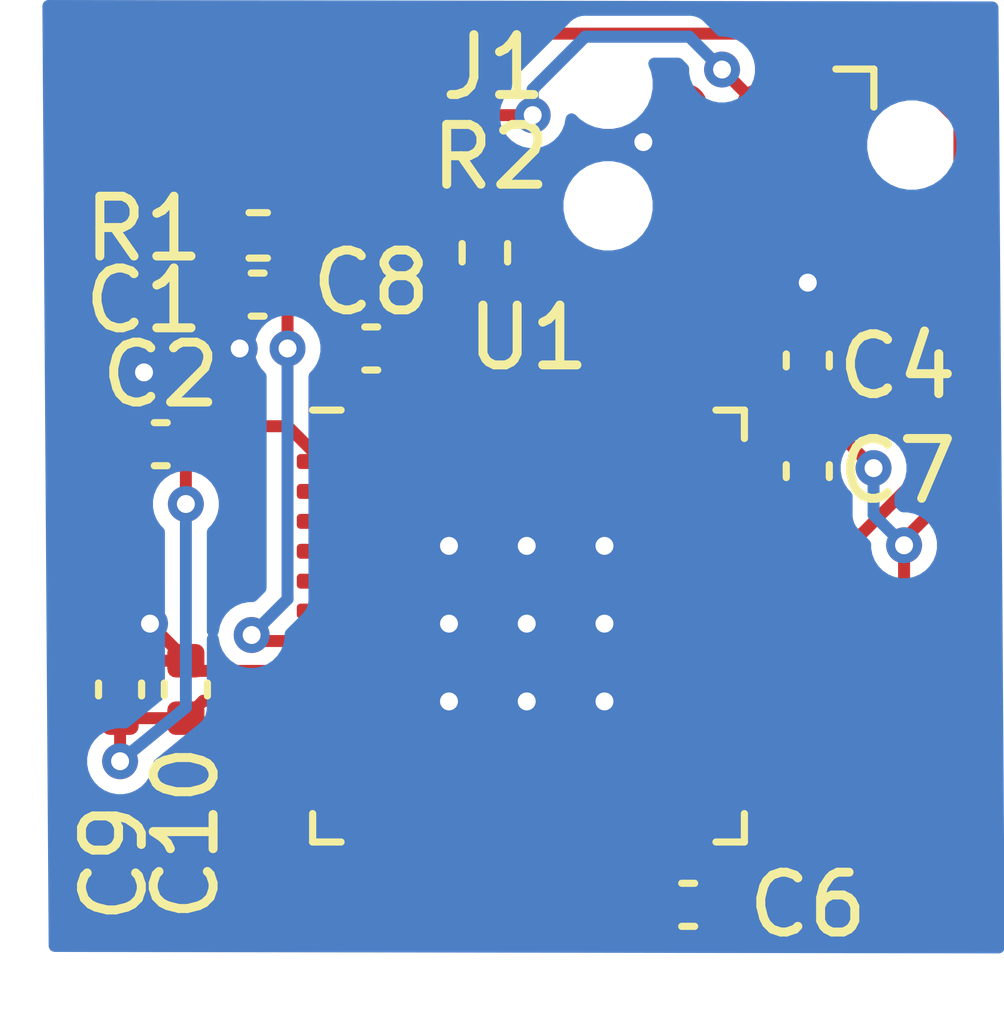
<source format=kicad_pcb>
(kicad_pcb (version 20211014) (generator pcbnew)
  (layers (0 "F.Cu" signal) (31 "B.Cu" signal) (34 "B.Paste" user) (35 "F.Paste" user) (36 "B.SilkS" user "B.Silkscreen") (37 "F.SilkS" user "F.Silkscreen") (38 "B.Mask" user) (39 "F.Mask" user) (44 "Edge.Cuts" user))
  (net 0 "")
  (net 1 "/NRST")
  (net 2 "GND")
  (net 3 "+3V3")
  (net 4 "/SWCLK")
  (net 5 "/SWDIO")
  (net 6 "Net-(R2-Pad1)")
  (footprint "Capacitor_SMD:C_0402_1005Metric" (layer "F.Cu") (at 133.8 84.8)
    (fp_text reference "C1" (at -1.9 0.1) (layer "F.SilkS"))
    (fp_text value "100nF")
    (fp_line (start -0.107836 -0.36) (end 0.107836 -0.36) (layer "F.SilkS") (width 0.12))
    (fp_line (start -0.107836 0.36) (end 0.107836 0.36) (layer "F.SilkS") (width 0.12))
    (pad "1" smd roundrect locked (at -0.48 0) (size 0.56 0.62) (layers "F.Cu" "F.Paste" "F.Mask") (net 2 "GND"))
    (pad "2" smd roundrect locked (at 0.48 0) (size 0.56 0.62) (layers "F.Cu" "F.Paste" "F.Mask") (net 1 "/NRST"))
  )
  (footprint "Capacitor_SMD:C_0402_1005Metric" (layer "F.Cu") (at 132.18 87.3)
    (fp_text reference "C2" (at 0 -1.16) (layer "F.SilkS"))
    (fp_text value "100nF")
    (fp_line (start -0.107836 -0.36) (end 0.107836 -0.36) (layer "F.SilkS") (width 0.12))
    (fp_line (start -0.107836 0.36) (end 0.107836 0.36) (layer "F.SilkS") (width 0.12))
    (pad "1" smd roundrect locked (at -0.48 0) (size 0.56 0.62) (layers "F.Cu" "F.Paste" "F.Mask") (net 2 "GND"))
    (pad "2" smd roundrect locked (at 0.48 0) (size 0.56 0.62) (layers "F.Cu" "F.Paste" "F.Mask") (net 3 "+3V3"))
  )
  (footprint "Capacitor_SMD:C_0402_1005Metric" (layer "F.Cu") (at 143 85.9 -90)
    (fp_text reference "C4" (at 0.1 -1.5 180) (layer "F.SilkS"))
    (fp_text value "4.7uF")
    (fp_line (start -0.107836 0.36) (end 0.107836 0.36) (layer "F.SilkS") (width 0.12))
    (fp_line (start -0.107836 -0.36) (end 0.107836 -0.36) (layer "F.SilkS") (width 0.12))
    (pad "1" smd roundrect locked (at -0.48 0 270) (size 0.56 0.62) (layers "F.Cu" "F.Paste" "F.Mask") (net 2 "GND"))
    (pad "2" smd roundrect locked (at 0.48 0 270) (size 0.56 0.62) (layers "F.Cu" "F.Paste" "F.Mask") (net 3 "+3V3"))
  )
  (footprint "Capacitor_SMD:C_0402_1005Metric" (layer "F.Cu") (at 143 87.75 90)
    (fp_text reference "C7" (at 0 1.5 180) (layer "F.SilkS"))
    (fp_text value "100nF")
    (fp_line (start -0.107836 0.36) (end 0.107836 0.36) (layer "F.SilkS") (width 0.12))
    (fp_line (start -0.107836 -0.36) (end 0.107836 -0.36) (layer "F.SilkS") (width 0.12))
    (pad "1" smd roundrect locked (at -0.48 0 90) (size 0.56 0.62) (layers "F.Cu" "F.Paste" "F.Mask") (net 2 "GND"))
    (pad "2" smd roundrect locked (at 0.48 0 90) (size 0.56 0.62) (layers "F.Cu" "F.Paste" "F.Mask") (net 3 "+3V3"))
  )
  (footprint "Capacitor_SMD:C_0402_1005Metric" (layer "F.Cu") (at 135.7 85.7 180)
    (fp_text reference "C8" (at 0 1.1) (layer "F.SilkS"))
    (fp_text value "100nF")
    (fp_line (start -0.107836 -0.36) (end 0.107836 -0.36) (layer "F.SilkS") (width 0.12))
    (fp_line (start -0.107836 0.36) (end 0.107836 0.36) (layer "F.SilkS") (width 0.12))
    (pad "1" smd roundrect locked (at -0.48 0 180) (size 0.56 0.62) (layers "F.Cu" "F.Paste" "F.Mask") (net 2 "GND"))
    (pad "2" smd roundrect locked (at 0.48 0 180) (size 0.56 0.62) (layers "F.Cu" "F.Paste" "F.Mask") (net 3 "+3V3"))
  )
  (footprint "Capacitor_SMD:C_0402_1005Metric" (layer "F.Cu") (at 131.5 91.4 -90)
    (fp_text reference "C9" (at 2.9 0.1 90) (layer "F.SilkS"))
    (fp_text value "1uF")
    (fp_line (start -0.107836 0.36) (end 0.107836 0.36) (layer "F.SilkS") (width 0.12))
    (fp_line (start -0.107836 -0.36) (end 0.107836 -0.36) (layer "F.SilkS") (width 0.12))
    (pad "1" smd roundrect locked (at -0.48 0 270) (size 0.56 0.62) (layers "F.Cu" "F.Paste" "F.Mask") (net 2 "GND"))
    (pad "2" smd roundrect locked (at 0.48 0 270) (size 0.56 0.62) (layers "F.Cu" "F.Paste" "F.Mask") (net 3 "+3V3"))
  )
  (footprint "Connector:Tag-Connect_TC2030-IDC-NL_2x03_P1.27mm_Vertical" (layer "F.Cu") (at 142.2 82.3 180)
    (fp_text reference "J1" (at 4.45 1.3) (layer "F.SilkS"))
    (fp_text value "DBG")
    (fp_line (start -1.905 1.27) (end -1.905 0.635) (layer "F.SilkS") (width 0.12))
    (fp_line (start -1.27 1.27) (end -1.905 1.27) (layer "F.SilkS") (width 0.12))
    (pad "" np_thru_hole circle locked (at -2.54 0 180) (size 0.9906 0.9906) (drill 0.9906) (layers *.Cu *.Mask))
    (pad "" np_thru_hole circle locked (at 2.54 1.016 180) (size 0.9906 0.9906) (drill 0.9906) (layers *.Cu *.Mask))
    (pad "" np_thru_hole circle locked (at 2.54 -1.016 180) (size 0.9906 0.9906) (drill 0.9906) (layers *.Cu *.Mask))
    (pad "1" connect circle locked (at -1.27 0.635 180) (size 0.7874 0.7874) (layers "F.Cu" "F.Mask") (net 3 "+3V3"))
    (pad "2" connect circle locked (at -1.27 -0.635 180) (size 0.7874 0.7874) (layers "F.Cu" "F.Mask") (net 5 "/SWDIO"))
    (pad "3" connect circle locked (at 0 0.635 180) (size 0.7874 0.7874) (layers "F.Cu" "F.Mask") (net 1 "/NRST"))
    (pad "4" connect circle locked (at 0 -0.635 180) (size 0.7874 0.7874) (layers "F.Cu" "F.Mask") (net 4 "/SWCLK"))
    (pad "5" connect circle locked (at 1.27 0.635 180) (size 0.7874 0.7874) (layers "F.Cu" "F.Mask") (net 2 "GND"))
    (pad "6" connect circle locked (at 1.27 -0.635 180) (size 0.7874 0.7874) (layers "F.Cu" "F.Mask"))
  )
  (footprint "Resistor_SMD:R_0402_1005Metric" (layer "F.Cu") (at 133.81 83.81)
    (fp_text reference "R1" (at -1.91 -0.11) (layer "F.SilkS"))
    (fp_text value "10k")
    (fp_line (start -0.153641 -0.38) (end 0.153641 -0.38) (layer "F.SilkS") (width 0.12))
    (fp_line (start -0.153641 0.38) (end 0.153641 0.38) (layer "F.SilkS") (width 0.12))
    (pad "1" smd roundrect locked (at -0.51 0) (size 0.54 0.64) (layers "F.Cu" "F.Paste" "F.Mask") (net 3 "+3V3"))
    (pad "2" smd roundrect locked (at 0.51 0) (size 0.54 0.64) (layers "F.Cu" "F.Paste" "F.Mask") (net 1 "/NRST"))
  )
  (footprint "Resistor_SMD:R_0402_1005Metric" (layer "F.Cu") (at 137.6 84.1 90)
    (fp_text reference "R2" (at 1.6 0.1 180) (layer "F.SilkS"))
    (fp_text value "10k")
    (fp_line (start -0.153641 0.38) (end 0.153641 0.38) (layer "F.SilkS") (width 0.12))
    (fp_line (start -0.153641 -0.38) (end 0.153641 -0.38) (layer "F.SilkS") (width 0.12))
    (pad "1" smd roundrect locked (at -0.51 0 90) (size 0.54 0.64) (layers "F.Cu" "F.Paste" "F.Mask") (net 6 "Net-(R2-Pad1)"))
    (pad "2" smd roundrect locked (at 0.51 0 90) (size 0.54 0.64) (layers "F.Cu" "F.Paste" "F.Mask") (net 2 "GND"))
  )
  (footprint "Capacitor_SMD:C_0402_1005Metric" (layer "F.Cu") (at 141 95)
    (fp_text reference "C6" (at 2 0) (layer "F.SilkS"))
    (fp_text value "100nF")
    (fp_line (start -0.107836 -0.36) (end 0.107836 -0.36) (layer "F.SilkS") (width 0.12))
    (fp_line (start -0.107836 0.36) (end 0.107836 0.36) (layer "F.SilkS") (width 0.12))
    (pad "1" smd roundrect locked (at -0.48 0) (size 0.56 0.62) (layers "F.Cu" "F.Paste" "F.Mask") (net 2 "GND"))
    (pad "2" smd roundrect locked (at 0.48 0) (size 0.56 0.62) (layers "F.Cu" "F.Paste" "F.Mask") (net 3 "+3V3"))
  )
  (footprint "Capacitor_SMD:C_0402_1005Metric" (layer "F.Cu") (at 132.6 91.4 -90)
    (fp_text reference "C10" (at 2.4 0 -90) (layer "F.SilkS"))
    (fp_text value "10nF")
    (fp_line (start -0.107836 -0.36) (end 0.107836 -0.36) (layer "F.SilkS") (width 0.12))
    (fp_line (start -0.107836 0.36) (end 0.107836 0.36) (layer "F.SilkS") (width 0.12))
    (pad "1" smd roundrect locked (at -0.48 0 270) (size 0.56 0.62) (layers "F.Cu" "F.Paste" "F.Mask") (net 2 "GND"))
    (pad "2" smd roundrect locked (at 0.48 0 270) (size 0.56 0.62) (layers "F.Cu" "F.Paste" "F.Mask") (net 3 "+3V3"))
  )
  (footprint "Package_DFN_QFN:QFN-48-1EP_7x7mm_P0.5mm_EP5.6x5.6mm" (layer "F.Cu") (at 138.33 90.34)
    (fp_text reference "U1" (at 0 -4.82) (layer "F.SilkS"))
    (fp_text value "STM32F072CBUx")
    (fp_line (start -3.61 3.61) (end -3.61 3.135) (layer "F.SilkS") (width 0.12))
    (fp_line (start 3.135 -3.61) (end 3.61 -3.61) (layer "F.SilkS") (width 0.12))
    (fp_line (start -3.135 -3.61) (end -3.61 -3.61) (layer "F.SilkS") (width 0.12))
    (fp_line (start 3.135 3.61) (end 3.61 3.61) (layer "F.SilkS") (width 0.12))
    (fp_line (start 3.61 -3.61) (end 3.61 -3.135) (layer "F.SilkS") (width 0.12))
    (fp_line (start 3.61 3.61) (end 3.61 3.135) (layer "F.SilkS") (width 0.12))
    (fp_line (start -3.135 3.61) (end -3.61 3.61) (layer "F.SilkS") (width 0.12))
    (pad "1" smd roundrect locked (at -3.4375 -2.75) (size 0.875 0.25) (layers "F.Cu" "F.Paste" "F.Mask") (net 3 "+3V3"))
    (pad "2" smd roundrect locked (at -3.4375 -2.25) (size 0.875 0.25) (layers "F.Cu" "F.Paste" "F.Mask"))
    (pad "3" smd roundrect locked (at -3.4375 -1.75) (size 0.875 0.25) (layers "F.Cu" "F.Paste" "F.Mask"))
    (pad "4" smd roundrect locked (at -3.4375 -1.25) (size 0.875 0.25) (layers "F.Cu" "F.Paste" "F.Mask"))
    (pad "5" smd roundrect locked (at -3.4375 -0.75) (size 0.875 0.25) (layers "F.Cu" "F.Paste" "F.Mask"))
    (pad "6" smd roundrect locked (at -3.4375 -0.25) (size 0.875 0.25) (layers "F.Cu" "F.Paste" "F.Mask"))
    (pad "7" smd roundrect locked (at -3.4375 0.25) (size 0.875 0.25) (layers "F.Cu" "F.Paste" "F.Mask") (net 1 "/NRST"))
    (pad "8" smd roundrect locked (at -3.4375 0.75) (size 0.875 0.25) (layers "F.Cu" "F.Paste" "F.Mask") (net 2 "GND"))
    (pad "9" smd roundrect locked (at -3.4375 1.25) (size 0.875 0.25) (layers "F.Cu" "F.Paste" "F.Mask") (net 3 "+3V3"))
    (pad "10" smd roundrect locked (at -3.4375 1.75) (size 0.875 0.25) (layers "F.Cu" "F.Paste" "F.Mask"))
    (pad "11" smd roundrect locked (at -3.4375 2.25) (size 0.875 0.25) (layers "F.Cu" "F.Paste" "F.Mask"))
    (pad "12" smd roundrect locked (at -3.4375 2.75) (size 0.875 0.25) (layers "F.Cu" "F.Paste" "F.Mask"))
    (pad "13" smd roundrect locked (at -2.75 3.4375) (size 0.25 0.875) (layers "F.Cu" "F.Paste" "F.Mask"))
    (pad "14" smd roundrect locked (at -2.25 3.4375) (size 0.25 0.875) (layers "F.Cu" "F.Paste" "F.Mask"))
    (pad "15" smd roundrect locked (at -1.75 3.4375) (size 0.25 0.875) (layers "F.Cu" "F.Paste" "F.Mask"))
    (pad "16" smd roundrect locked (at -1.25 3.4375) (size 0.25 0.875) (layers "F.Cu" "F.Paste" "F.Mask"))
    (pad "17" smd roundrect locked (at -0.75 3.4375) (size 0.25 0.875) (layers "F.Cu" "F.Paste" "F.Mask"))
    (pad "18" smd roundrect locked (at -0.25 3.4375) (size 0.25 0.875) (layers "F.Cu" "F.Paste" "F.Mask"))
    (pad "19" smd roundrect locked (at 0.25 3.4375) (size 0.25 0.875) (layers "F.Cu" "F.Paste" "F.Mask"))
    (pad "20" smd roundrect locked (at 0.75 3.4375) (size 0.25 0.875) (layers "F.Cu" "F.Paste" "F.Mask"))
    (pad "21" smd roundrect locked (at 1.25 3.4375) (size 0.25 0.875) (layers "F.Cu" "F.Paste" "F.Mask"))
    (pad "22" smd roundrect locked (at 1.75 3.4375) (size 0.25 0.875) (layers "F.Cu" "F.Paste" "F.Mask"))
    (pad "23" smd roundrect locked (at 2.25 3.4375) (size 0.25 0.875) (layers "F.Cu" "F.Paste" "F.Mask") (net 2 "GND"))
    (pad "24" smd roundrect locked (at 2.75 3.4375) (size 0.25 0.875) (layers "F.Cu" "F.Paste" "F.Mask") (net 3 "+3V3"))
    (pad "25" smd roundrect locked (at 3.4375 2.75) (size 0.875 0.25) (layers "F.Cu" "F.Paste" "F.Mask"))
    (pad "26" smd roundrect locked (at 3.4375 2.25) (size 0.875 0.25) (layers "F.Cu" "F.Paste" "F.Mask"))
    (pad "27" smd roundrect locked (at 3.4375 1.75) (size 0.875 0.25) (layers "F.Cu" "F.Paste" "F.Mask"))
    (pad "28" smd roundrect locked (at 3.4375 1.25) (size 0.875 0.25) (layers "F.Cu" "F.Paste" "F.Mask"))
    (pad "29" smd roundrect locked (at 3.4375 0.75) (size 0.875 0.25) (layers "F.Cu" "F.Paste" "F.Mask"))
    (pad "30" smd roundrect locked (at 3.4375 0.25) (size 0.875 0.25) (layers "F.Cu" "F.Paste" "F.Mask"))
    (pad "31" smd roundrect locked (at 3.4375 -0.25) (size 0.875 0.25) (layers "F.Cu" "F.Paste" "F.Mask"))
    (pad "32" smd roundrect locked (at 3.4375 -0.75) (size 0.875 0.25) (layers "F.Cu" "F.Paste" "F.Mask"))
    (pad "33" smd roundrect locked (at 3.4375 -1.25) (size 0.875 0.25) (layers "F.Cu" "F.Paste" "F.Mask"))
    (pad "34" smd roundrect locked (at 3.4375 -1.75) (size 0.875 0.25) (layers "F.Cu" "F.Paste" "F.Mask") (net 5 "/SWDIO"))
    (pad "35" smd roundrect locked (at 3.4375 -2.25) (size 0.875 0.25) (layers "F.Cu" "F.Paste" "F.Mask") (net 2 "GND"))
    (pad "36" smd roundrect locked (at 3.4375 -2.75) (size 0.875 0.25) (layers "F.Cu" "F.Paste" "F.Mask") (net 3 "+3V3"))
    (pad "37" smd roundrect locked (at 2.75 -3.4375) (size 0.25 0.875) (layers "F.Cu" "F.Paste" "F.Mask") (net 4 "/SWCLK"))
    (pad "38" smd roundrect locked (at 2.25 -3.4375) (size 0.25 0.875) (layers "F.Cu" "F.Paste" "F.Mask"))
    (pad "39" smd roundrect locked (at 1.75 -3.4375) (size 0.25 0.875) (layers "F.Cu" "F.Paste" "F.Mask"))
    (pad "40" smd roundrect locked (at 1.25 -3.4375) (size 0.25 0.875) (layers "F.Cu" "F.Paste" "F.Mask"))
    (pad "41" smd roundrect locked (at 0.75 -3.4375) (size 0.25 0.875) (layers "F.Cu" "F.Paste" "F.Mask"))
    (pad "42" smd roundrect locked (at 0.25 -3.4375) (size 0.25 0.875) (layers "F.Cu" "F.Paste" "F.Mask"))
    (pad "43" smd roundrect locked (at -0.25 -3.4375) (size 0.25 0.875) (layers "F.Cu" "F.Paste" "F.Mask"))
    (pad "44" smd roundrect locked (at -0.75 -3.4375) (size 0.25 0.875) (layers "F.Cu" "F.Paste" "F.Mask") (net 6 "Net-(R2-Pad1)"))
    (pad "45" smd roundrect locked (at -1.25 -3.4375) (size 0.25 0.875) (layers "F.Cu" "F.Paste" "F.Mask"))
    (pad "46" smd roundrect locked (at -1.75 -3.4375) (size 0.25 0.875) (layers "F.Cu" "F.Paste" "F.Mask"))
    (pad "47" smd roundrect locked (at -2.25 -3.4375) (size 0.25 0.875) (layers "F.Cu" "F.Paste" "F.Mask") (net 2 "GND"))
    (pad "48" smd roundrect locked (at -2.75 -3.4375) (size 0.25 0.875) (layers "F.Cu" "F.Paste" "F.Mask") (net 3 "+3V3"))
    (pad "49" smd rect locked (at 0 0) (size 5.6 5.6) (layers "F.Cu" "F.Mask") (net 2 "GND"))
  )
  (segment (start 142.2 81.665) (end 142.193856 81.665) (width 0.2) (layer "F.Cu") (net 1))
  (segment (start 133.8 90.59) (end 133.7 90.49) (width 0.2) (layer "F.Cu") (net 1))
  (segment (start 134.3 84.82) (end 134.28 84.8) (width 0.2) (layer "F.Cu") (net 1))
  (segment (start 136.33 81.8) (end 134.32 83.81) (width 0.2) (layer "F.Cu") (net 1))
  (segment (start 134.28 83.85) (end 134.32 83.81) (width 0.2) (layer "F.Cu") (net 1))
  (segment (start 134.5 85.02) (end 134.28 84.8) (width 0.2) (layer "F.Cu") (net 1))
  (segment (start 134.28 84.8) (end 134.28 83.85) (width 0.2) (layer "F.Cu") (net 1))
  (segment (start 134.8925 90.59) (end 133.8 90.59) (width 0.2) (layer "F.Cu") (net 1))
  (segment (start 138.4 81.8) (end 136.33 81.8) (width 0.2) (layer "F.Cu") (net 1))
  (segment (start 134.3 85.7) (end 134.3 84.82) (width 0.2) (layer "F.Cu") (net 1))
  (segment (start 142.193856 81.665) (end 141.566227 81.037371) (width 0.2) (layer "F.Cu") (net 1))
  (via (at 138.4 81.8) (size 0.6) (drill 0.3) (layers "F.Cu" "B.Cu") (net 1))
  (via (at 134.3 85.7) (size 0.6) (drill 0.3) (layers "F.Cu" "B.Cu") (net 1))
  (via (at 141.566227 81.037371) (size 0.6) (drill 0.3) (layers "F.Cu" "B.Cu") (net 1))
  (via (at 133.7 90.49) (size 0.6) (drill 0.3) (layers "F.Cu" "B.Cu") (net 1))
  (segment (start 141.017555 80.488699) (end 139.278255 80.488699) (width 0.2) (layer "B.Cu") (net 1))
  (segment (start 141.566227 81.037371) (end 141.017555 80.488699) (width 0.2) (layer "B.Cu") (net 1))
  (segment (start 133.7 90.49) (end 134.3 89.89) (width 0.2) (layer "B.Cu") (net 1))
  (segment (start 138.4 81.366954) (end 138.4 81.8) (width 0.2) (layer "B.Cu") (net 1))
  (segment (start 134.3 89.89) (end 134.3 85.7) (width 0.2) (layer "B.Cu") (net 1))
  (segment (start 139.278255 80.488699) (end 138.4 81.366954) (width 0.2) (layer "B.Cu") (net 1))
  (segment (start 133.32 84.8) (end 133.32 85.52) (width 0.2) (layer "F.Cu") (net 2))
  (segment (start 140.58 92.59) (end 138.33 90.34) (width 0.2) (layer "F.Cu") (net 2))
  (segment (start 140.93 81.665) (end 140.835 81.665) (width 0.2) (layer "F.Cu") (net 2))
  (segment (start 140.52 95) (end 140.52 93.8375) (width 0.2) (layer "F.Cu") (net 2))
  (segment (start 132.6 90.92) (end 131.5 90.92) (width 0.2) (layer "F.Cu") (net 2))
  (segment (start 131.5 90.92) (end 131.5 90.8) (width 0.2) (layer "F.Cu") (net 2))
  (segment (start 131.5 90.8) (end 132 90.3) (width 0.2) (layer "F.Cu") (net 2))
  (segment (start 141.7675 88.09) (end 142.86 88.09) (width 0.2) (layer "F.Cu") (net 2))
  (segment (start 131.7 86.3) (end 131.9 86.1) (width 0.2) (layer "F.Cu") (net 2))
  (segment (start 134.8925 91.09) (end 132.77 91.09) (width 0.2) (layer "F.Cu") (net 2))
  (segment (start 140.52 93.8375) (end 140.58 93.7775) (width 0.2) (layer "F.Cu") (net 2))
  (segment (start 136.08 85.8) (end 136.08 86.9025) (width 0.2) (layer "F.Cu") (net 2))
  (segment (start 131.7 87.3) (end 131.7 86.3) (width 0.2) (layer "F.Cu") (net 2))
  (segment (start 133.32 85.52) (end 133.5 85.7) (width 0.2) (layer "F.Cu") (net 2))
  (segment (start 132.6 90.92) (end 132.6 90.9) (width 0.2) (layer "F.Cu") (net 2))
  (segment (start 140.58 93.7775) (end 140.58 92.59) (width 0.2) (layer "F.Cu") (net 2))
  (segment (start 134.8925 91.09) (end 137.58 91.09) (width 0.2) (layer "F.Cu") (net 2))
  (segment (start 140.58 88.09) (end 138.33 90.34) (width 0.2) (layer "F.Cu") (net 2))
  (segment (start 138.94 82.25) (end 137.6 83.59) (width 0.2) (layer "F.Cu") (net 2))
  (segment (start 140.25 82.25) (end 138.94 82.25) (width 0.2) (layer "F.Cu") (net 2))
  (segment (start 143 85.42) (end 143 84.6) (width 0.2) (layer "F.Cu") (net 2))
  (segment (start 142.86 88.09) (end 143 88.23) (width 0.2) (layer "F.Cu") (net 2))
  (segment (start 132.77 91.09) (end 132.6 90.92) (width 0.2) (layer "F.Cu") (net 2))
  (segment (start 136.18 85.7) (end 136.08 85.8) (width 0.2) (layer "F.Cu") (net 2))
  (segment (start 136.08 86.9025) (end 136.08 88.09) (width 0.2) (layer "F.Cu") (net 2))
  (segment (start 136.08 88.09) (end 138.33 90.34) (width 0.2) (layer "F.Cu") (net 2))
  (segment (start 141.7675 88.09) (end 140.58 88.09) (width 0.2) (layer "F.Cu") (net 2))
  (segment (start 137.58 91.09) (end 138.33 90.34) (width 0.2) (layer "F.Cu") (net 2))
  (segment (start 140.835 81.665) (end 140.25 82.25) (width 0.2) (layer "F.Cu") (net 2))
  (segment (start 132.6 90.9) (end 132 90.3) (width 0.2) (layer "F.Cu") (net 2))
  (via (at 137 90.3) (size 0.6) (drill 0.3) (layers "F.Cu" "B.Cu") (net 2))
  (via (at 143 84.6) (size 0.6) (drill 0.3) (layers "F.Cu" "B.Cu") (net 2))
  (via (at 139.6 91.6) (size 0.6) (drill 0.3) (layers "F.Cu" "B.Cu") (net 2))
  (via (at 138.3 91.6) (size 0.6) (drill 0.3) (layers "F.Cu" "B.Cu") (net 2))
  (via (at 132 90.3) (size 0.6) (drill 0.3) (layers "F.Cu" "B.Cu") (net 2))
  (via (at 137 89) (size 0.6) (drill 0.3) (layers "F.Cu" "B.Cu") (net 2))
  (via (at 139.6 89) (size 0.6) (drill 0.3) (layers "F.Cu" "B.Cu") (net 2))
  (via (at 139.6 90.3) (size 0.6) (drill 0.3) (layers "F.Cu" "B.Cu") (net 2))
  (via (at 131.9 86.1) (size 0.6) (drill 0.3) (layers "F.Cu" "B.Cu") (net 2))
  (via (at 137 91.6) (size 0.6) (drill 0.3) (layers "F.Cu" "B.Cu") (net 2))
  (via (at 133.5 85.7) (size 0.6) (drill 0.3) (layers "F.Cu" "B.Cu") (net 2))
  (via (at 138.3 89) (size 0.6) (drill 0.3) (layers "F.Cu" "B.Cu") (net 2))
  (via (at 138.3 90.3) (size 0.6) (drill 0.3) (layers "F.Cu" "B.Cu") (net 2))
  (via (at 140.25 82.25) (size 0.6) (drill 0.3) (layers "F.Cu" "B.Cu") (net 2))
  (segment (start 144.888347 81.271301) (end 145.535301 81.918255) (width 0.2) (layer "F.Cu") (net 3))
  (segment (start 134.8925 87.59) (end 135.58 86.9025) (width 0.2) (layer "F.Cu") (net 3))
  (segment (start 131.5 91.88) (end 131.5 92.6) (width 0.2) (layer "F.Cu") (net 3))
  (segment (start 143 86.38) (end 143 87.27) (width 0.2) (layer "F.Cu") (net 3))
  (segment (start 141.48 95) (end 141.48 94.1775) (width 0.2) (layer "F.Cu") (net 3))
  (segment (start 143.67 87.27) (end 144.1 87.7) (width 0.2) (layer "F.Cu") (net 3))
  (segment (start 134.16225 82.806215) (end 133.593785 82.806215) (width 0.2) (layer "F.Cu") (net 3))
  (segment (start 132.66 87.3) (end 132.66 84.45) (width 0.2) (layer "F.Cu") (net 3))
  (segment (start 135.58 86.9025) (end 135.58 86.06) (width 0.2) (layer "F.Cu") (net 3))
  (segment (start 143 87.27) (end 142.0875 87.27) (width 0.2) (layer "F.Cu") (net 3))
  (segment (start 134.3025 87) (end 132.96 87) (width 0.2) (layer "F.Cu") (net 3))
  (segment (start 132.6 88.3) (end 132.6 87.36) (width 0.2) (layer "F.Cu") (net 3))
  (segment (start 132.66 84.45) (end 133.3 83.81) (width 0.2) (layer "F.Cu") (net 3))
  (segment (start 144.61001 93.38999) (end 143 95) (width 0.2) (layer "F.Cu") (net 3))
  (segment (start 142.9775 86.38) (end 141.7675 87.59) (width 0.2) (layer "F.Cu") (net 3))
  (segment (start 143.863699 81.271301) (end 144.888347 81.271301) (width 0.2) (layer "F.Cu") (net 3))
  (segment (start 143 95) (end 141.48 95) (width 0.2) (layer "F.Cu") (net 3))
  (segment (start 144.61001 88.98999) (end 144.61001 93.38999) (width 0.2) (layer "F.Cu") (net 3))
  (segment (start 133.593785 82.806215) (end 133.3 83.1) (width 0.2) (layer "F.Cu") (net 3))
  (segment (start 145.535301 81.918255) (end 145.535301 87.964699) (width 0.2) (layer "F.Cu") (net 3))
  (segment (start 144.61001 88.88999) (end 144.61001 88.98999) (width 0.2) (layer "F.Cu") (net 3))
  (segment (start 143.47 81.665) (end 143.863699 81.271301) (width 0.2) (layer "F.Cu") (net 3))
  (segment (start 142.0875 87.27) (end 141.7675 87.59) (width 0.2) (layer "F.Cu") (net 3))
  (segment (start 133.3 83.1) (end 133.3 83.81) (width 0.2) (layer "F.Cu") (net 3))
  (segment (start 132.6 91.88) (end 131.5 91.88) (width 0.2) (layer "F.Cu") (net 3))
  (segment (start 145.535301 87.964699) (end 144.61001 88.88999) (width 0.2) (layer "F.Cu") (net 3))
  (segment (start 141.48 94.1775) (end 141.08 93.7775) (width 0.2) (layer "F.Cu") (net 3))
  (segment (start 132.96 87) (end 132.66 87.3) (width 0.2) (layer "F.Cu") (net 3))
  (segment (start 134.8925 87.59) (end 134.3025 87) (width 0.2) (layer "F.Cu") (net 3))
  (segment (start 135.58 86.06) (end 135.22 85.7) (width 0.2) (layer "F.Cu") (net 3))
  (segment (start 143 87.27) (end 143.67 87.27) (width 0.2) (layer "F.Cu") (net 3))
  (segment (start 132.89 91.59) (end 132.6 91.88) (width 0.2) (layer "F.Cu") (net 3))
  (segment (start 143 86.38) (end 142.9775 86.38) (width 0.2) (layer "F.Cu") (net 3))
  (segment (start 142.24237 80.43737) (end 136.531095 80.43737) (width 0.2) (layer "F.Cu") (net 3))
  (segment (start 136.531095 80.43737) (end 134.16225 82.806215) (width 0.2) (layer "F.Cu") (net 3))
  (segment (start 143.47 81.665) (end 142.24237 80.43737) (width 0.2) (layer "F.Cu") (net 3))
  (segment (start 134.8925 91.59) (end 132.89 91.59) (width 0.2) (layer "F.Cu") (net 3))
  (segment (start 132.6 87.36) (end 132.66 87.3) (width 0.2) (layer "F.Cu") (net 3))
  (via (at 131.5 92.6) (size 0.6) (drill 0.3) (layers "F.Cu" "B.Cu") (net 3))
  (via (at 132.6 88.3) (size 0.6) (drill 0.3) (layers "F.Cu" "B.Cu") (net 3))
  (via (at 144.61001 88.98999) (size 0.6) (drill 0.3) (layers "F.Cu" "B.Cu") (net 3))
  (via (at 144.1 87.7) (size 0.6) (drill 0.3) (layers "F.Cu" "B.Cu") (net 3))
  (segment (start 132.6 91.7) (end 132.6 88.3) (width 0.2) (layer "B.Cu") (net 3))
  (segment (start 144.1 88.47998) (end 144.61001 88.98999) (width 0.2) (layer "B.Cu") (net 3))
  (segment (start 131.5 92.6) (end 132.6 91.7) (width 0.2) (layer "B.Cu") (net 3))
  (segment (start 144.1 87.7) (end 144.1 88.47998) (width 0.2) (layer "B.Cu") (net 3))
  (segment (start 142.2 85.7825) (end 141.08 86.9025) (width 0.2) (layer "F.Cu") (net 4))
  (segment (start 142.2 82.935) (end 142.2 85.7825) (width 0.2) (layer "F.Cu") (net 4))
  (segment (start 142.437678 88.81001) (end 143.88999 88.81001) (width 0.2) (layer "F.Cu") (net 5))
  (segment (start 142.217668 88.59) (end 142.437678 88.81001) (width 0.2) (layer "F.Cu") (net 5))
  (segment (start 145.1 87.6) (end 145.1 84.565) (width 0.2) (layer "F.Cu") (net 5))
  (segment (start 145.1 84.565) (end 143.47 82.935) (width 0.2) (layer "F.Cu") (net 5))
  (segment (start 143.88999 88.81001) (end 145.1 87.6) (width 0.2) (layer "F.Cu") (net 5))
  (segment (start 141.7675 88.59) (end 142.217668 88.59) (width 0.2) (layer "F.Cu") (net 5))
  (segment (start 137.58 86.9025) (end 137.58 86.465) (width 0.2) (layer "F.Cu") (net 6))
  (segment (start 137.8 84.81) (end 137.6 84.61) (width 0.2) (layer "F.Cu") (net 6))
  (segment (start 137.65499 86.39001) (end 137.65499 86.377342) (width 0.2) (layer "F.Cu") (net 6))
  (segment (start 137.58 86.465) (end 137.65499 86.39001) (width 0.2) (layer "F.Cu") (net 6))
  (segment (start 137.8 86.232332) (end 137.8 84.81) (width 0.2) (layer "F.Cu") (net 6))
  (segment (start 137.65499 86.377342) (end 137.8 86.232332) (width 0.2) (layer "F.Cu") (net 6))
  (zone (net 2) (net_name "GND") (layer "B.Cu") (connect_pads (clearance 0.25)) (min_thickness 0.2) (fill yes (thermal_gap 0.508) (thermal_bridge_width 0.508))
    (polygon (pts (xy 146.29375 95.8125) (xy 130.30625 95.7875) (xy 130.2 79.875) (xy 146.1875 79.9)))
  )
)
</source>
